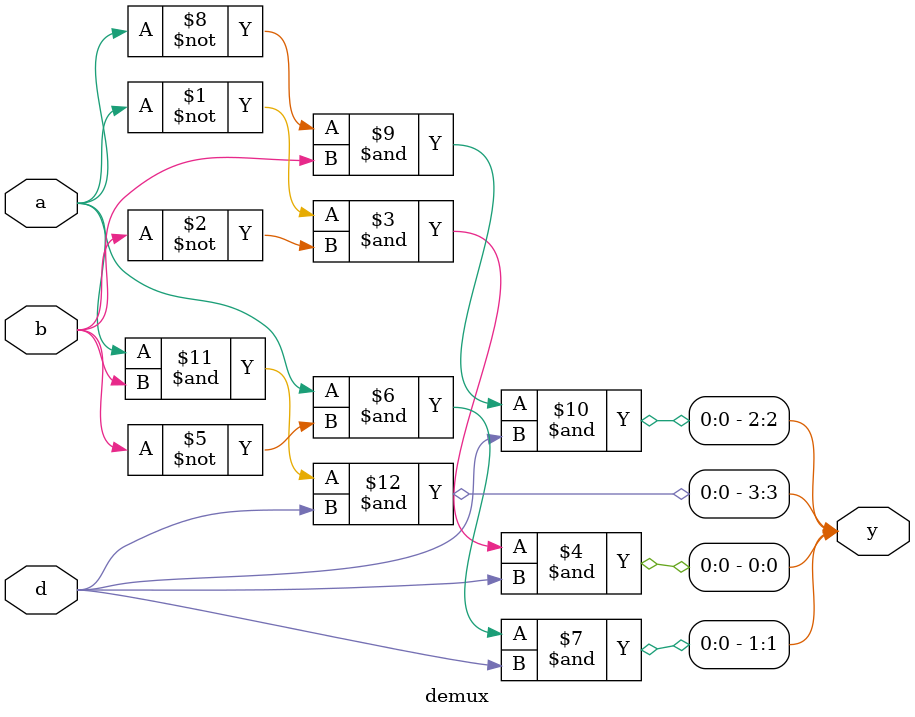
<source format=sv>
module demux (input logic a, b, d,
				  output logic [3:0] y);
				  
	assign y[0] = ~a & ~b & d;
   assign y[1] = a & ~b & d;
	assign y[2] = ~a & b & d;
	assign y[3] = a & b & d;
				  
endmodule 
</source>
